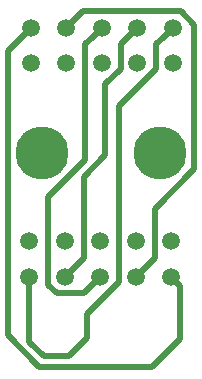
<source format=gbr>
G04 #@! TF.FileFunction,Copper,L2,Bot,Signal*
%FSLAX46Y46*%
G04 Gerber Fmt 4.6, Leading zero omitted, Abs format (unit mm)*
G04 Created by KiCad (PCBNEW (after 2015-mar-04 BZR unknown)-product) date Wed 31 Aug 2016 09:31:40 AM PDT*
%MOMM*%
G01*
G04 APERTURE LIST*
%ADD10C,0.150000*%
%ADD11C,4.500880*%
%ADD12C,1.500000*%
%ADD13C,0.500000*%
G04 APERTURE END LIST*
D10*
D11*
X104000000Y-117500000D03*
D12*
X103056000Y-106936000D03*
X103056000Y-109936000D03*
X106056000Y-109936000D03*
X106056000Y-106936000D03*
X109056000Y-106936000D03*
X109056000Y-109936000D03*
X112056000Y-109936000D03*
X112056000Y-106936000D03*
X115056000Y-109936000D03*
X115056000Y-106936000D03*
X114935000Y-128014000D03*
X114935000Y-125014000D03*
X111935000Y-125014000D03*
X111935000Y-128014000D03*
X108935000Y-128014000D03*
X108935000Y-125014000D03*
X105935000Y-125014000D03*
X105935000Y-128014000D03*
X102935000Y-125014000D03*
X102935000Y-128014000D03*
D11*
X114000000Y-117500000D03*
D13*
X114935000Y-128014000D02*
X115684999Y-128763999D01*
X115684999Y-128763999D02*
X115684999Y-133235001D01*
X115684999Y-133235001D02*
X113272990Y-135647010D01*
X113272990Y-135647010D02*
X103767203Y-135647009D01*
X103767203Y-135647009D02*
X101099559Y-132979365D01*
X102306001Y-107685999D02*
X103056000Y-106936000D01*
X101099559Y-132979365D02*
X101099559Y-108892441D01*
X101099559Y-108892441D02*
X102306001Y-107685999D01*
X111935000Y-128014000D02*
X113534999Y-126414001D01*
X113534999Y-126414001D02*
X113534999Y-122257655D01*
X113534999Y-122257655D02*
X116900441Y-118892213D01*
X115728001Y-105535999D02*
X107456001Y-105535999D01*
X116900441Y-118892213D02*
X116900441Y-106708439D01*
X116900441Y-106708439D02*
X115728001Y-105535999D01*
X107456001Y-105535999D02*
X106805999Y-106186001D01*
X106805999Y-106186001D02*
X106056000Y-106936000D01*
X108935000Y-128014000D02*
X107534999Y-129414001D01*
X108306001Y-107685999D02*
X109056000Y-106936000D01*
X107534999Y-129414001D02*
X105262999Y-129414001D01*
X105262999Y-129414001D02*
X104534999Y-128686001D01*
X104534999Y-128686001D02*
X104534999Y-121257655D01*
X104534999Y-121257655D02*
X107655999Y-118136655D01*
X107655999Y-118136655D02*
X107655999Y-108336001D01*
X107655999Y-108336001D02*
X108306001Y-107685999D01*
X109347000Y-117718460D02*
X109347000Y-111717002D01*
X109347000Y-111717002D02*
X110655999Y-110408003D01*
X110655999Y-110408003D02*
X110655999Y-108336001D01*
X111306001Y-107685999D02*
X112056000Y-106936000D01*
X110655999Y-108336001D02*
X111306001Y-107685999D01*
X105935000Y-128014000D02*
X107534999Y-126414001D01*
X107534999Y-126414001D02*
X107534999Y-119530461D01*
X107534999Y-119530461D02*
X109347000Y-117718460D01*
X107823000Y-133223000D02*
X107823000Y-131198002D01*
X107823000Y-131198002D02*
X110534999Y-128486003D01*
X110534999Y-128486003D02*
X110534999Y-113529003D01*
X110534999Y-113529003D02*
X113655999Y-110408003D01*
X114306001Y-107685999D02*
X115056000Y-106936000D01*
X113655999Y-110408003D02*
X113655999Y-108336001D01*
X113655999Y-108336001D02*
X114306001Y-107685999D01*
X106299000Y-134747000D02*
X107823000Y-133223000D01*
X104140000Y-134747000D02*
X106299000Y-134747000D01*
X102935000Y-133542000D02*
X104140000Y-134747000D01*
X102935000Y-128014000D02*
X102935000Y-133542000D01*
M02*

</source>
